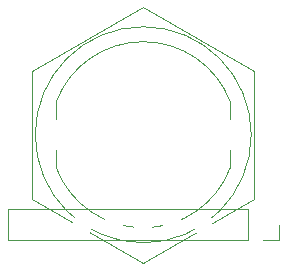
<source format=gbr>
%TF.GenerationSoftware,KiCad,Pcbnew,6.0.9-8da3e8f707~117~ubuntu22.04.1*%
%TF.CreationDate,2022-12-06T13:33:21-08:00*%
%TF.ProjectId,GX16-8P-Horizontal,47583136-2d38-4502-9d48-6f72697a6f6e,rev?*%
%TF.SameCoordinates,Original*%
%TF.FileFunction,Legend,Bot*%
%TF.FilePolarity,Positive*%
%FSLAX46Y46*%
G04 Gerber Fmt 4.6, Leading zero omitted, Abs format (unit mm)*
G04 Created by KiCad (PCBNEW 6.0.9-8da3e8f707~117~ubuntu22.04.1) date 2022-12-06 13:33:21*
%MOMM*%
%LPD*%
G01*
G04 APERTURE LIST*
%ADD10C,0.120000*%
%ADD11R,1.700000X1.700000*%
%ADD12O,1.700000X1.700000*%
%ADD13R,1.270000X2.540000*%
%ADD14C,2.540000*%
G04 APERTURE END LIST*
D10*
%TO.C,J2*%
X137160000Y-72450000D02*
X138490000Y-72450000D01*
X135890000Y-72450000D02*
X115510000Y-72450000D01*
X135890000Y-69790000D02*
X115510000Y-69790000D01*
X135890000Y-72450000D02*
X135890000Y-69790000D01*
X115510000Y-72450000D02*
X115510000Y-69790000D01*
X138490000Y-72450000D02*
X138490000Y-71120000D01*
%TO.C,J1*%
X136144000Y-63500000D02*
G75*
G03*
X136144000Y-63500000I-9144000J0D01*
G01*
X134365999Y-60706000D02*
G75*
G03*
X119634001Y-60706000I-7365999J-2794000D01*
G01*
X119634001Y-66294000D02*
G75*
G03*
X134365999Y-66294000I7365999J2794000D01*
G01*
X117602000Y-68925440D02*
X117602000Y-58074560D01*
X136398000Y-68925440D02*
X136398000Y-58074560D01*
X134366000Y-63500000D02*
X134366000Y-60706000D01*
X134366000Y-63500000D02*
X134366000Y-66294000D01*
X127000000Y-74345800D02*
X117602000Y-68925440D01*
X119634000Y-63500000D02*
X119634000Y-66294000D01*
X127000000Y-52654200D02*
X136398000Y-58074560D01*
X127000000Y-52654200D02*
X117602000Y-58074560D01*
X119634000Y-63500000D02*
X119634000Y-60706000D01*
X136398000Y-68925440D02*
X127000000Y-74345800D01*
%TD*%
%LPC*%
D11*
%TO.C,J2*%
X137160000Y-71120000D03*
D12*
X134620000Y-71120000D03*
X132080000Y-71120000D03*
X129540000Y-71120000D03*
X127000000Y-71120000D03*
X124460000Y-71120000D03*
X121920000Y-71120000D03*
X119380000Y-71120000D03*
X116840000Y-71120000D03*
%TD*%
D13*
%TO.C,J1*%
X119126000Y-63500000D03*
X134874000Y-63500000D03*
D14*
X127000000Y-63500000D03*
X124777500Y-59651900D03*
X122623580Y-62727840D03*
X123596400Y-66357500D03*
X127000000Y-67945000D03*
X130403600Y-66357500D03*
X131376420Y-62727840D03*
X129222500Y-59651900D03*
%TD*%
M02*

</source>
